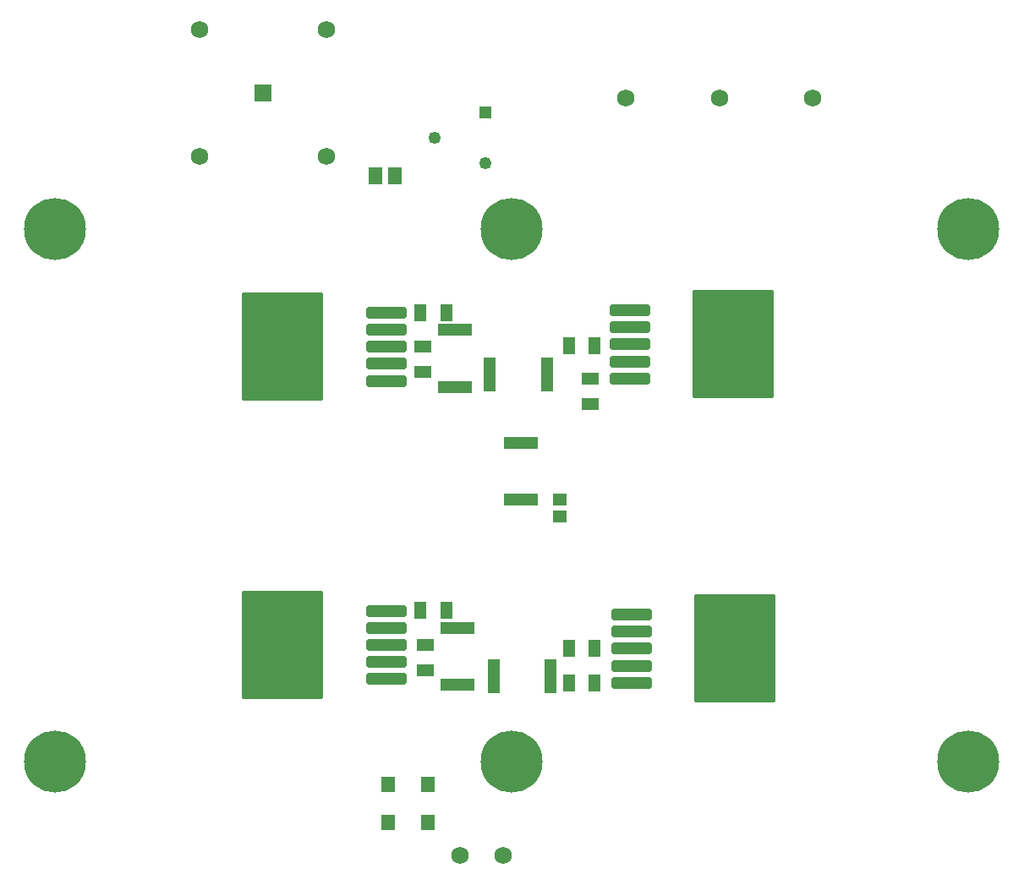
<source format=gts>
G04*
G04 #@! TF.GenerationSoftware,Altium Limited,Altium Designer,21.4.1 (30)*
G04*
G04 Layer_Color=8388736*
%FSLAX25Y25*%
%MOIN*%
G70*
G04*
G04 #@! TF.SameCoordinates,FB31E628-B40C-45E7-AE42-562EE5F46966*
G04*
G04*
G04 #@! TF.FilePolarity,Negative*
G04*
G01*
G75*
G04:AMPARAMS|DCode=13|XSize=45.4mil|YSize=159.58mil|CornerRadius=6.06mil|HoleSize=0mil|Usage=FLASHONLY|Rotation=270.000|XOffset=0mil|YOffset=0mil|HoleType=Round|Shape=RoundedRectangle|*
%AMROUNDEDRECTD13*
21,1,0.04540,0.14746,0,0,270.0*
21,1,0.03329,0.15958,0,0,270.0*
1,1,0.01211,-0.07373,-0.01664*
1,1,0.01211,-0.07373,0.01664*
1,1,0.01211,0.07373,0.01664*
1,1,0.01211,0.07373,-0.01664*
%
%ADD13ROUNDEDRECTD13*%
G04:AMPARAMS|DCode=14|XSize=429.26mil|YSize=319.02mil|CornerRadius=5.56mil|HoleSize=0mil|Usage=FLASHONLY|Rotation=270.000|XOffset=0mil|YOffset=0mil|HoleType=Round|Shape=RoundedRectangle|*
%AMROUNDEDRECTD14*
21,1,0.42926,0.30791,0,0,270.0*
21,1,0.41815,0.31902,0,0,270.0*
1,1,0.01111,-0.15396,-0.20908*
1,1,0.01111,-0.15396,0.20908*
1,1,0.01111,0.15396,0.20908*
1,1,0.01111,0.15396,-0.20908*
%
%ADD14ROUNDEDRECTD14*%
%ADD15R,0.13792X0.05131*%
%ADD16R,0.05363X0.04558*%
%ADD17R,0.05131X0.13792*%
%ADD18R,0.06717X0.04545*%
%ADD19R,0.04545X0.06717*%
%ADD20R,0.05512X0.06457*%
%ADD21R,0.05524X0.06509*%
%ADD22C,0.06890*%
%ADD23R,0.06890X0.06890*%
%ADD24C,0.06800*%
%ADD25C,0.04921*%
%ADD26R,0.04921X0.04921*%
%ADD27C,0.02300*%
%ADD28C,0.24422*%
D13*
X377909Y316614D02*
D03*
Y323307D02*
D03*
Y330000D02*
D03*
Y336693D02*
D03*
Y343386D02*
D03*
X474090Y317571D02*
D03*
Y324264D02*
D03*
Y330957D02*
D03*
Y337650D02*
D03*
Y344342D02*
D03*
X474590Y197571D02*
D03*
Y204264D02*
D03*
Y210957D02*
D03*
Y217650D02*
D03*
Y224342D02*
D03*
X377909Y225929D02*
D03*
Y219236D02*
D03*
Y212543D02*
D03*
Y205850D02*
D03*
Y199158D02*
D03*
D14*
X337161Y330000D02*
D03*
X514839Y330957D02*
D03*
X515339Y210957D02*
D03*
X337161Y212543D02*
D03*
D15*
X431000Y269779D02*
D03*
Y292220D02*
D03*
X406000Y219220D02*
D03*
Y196780D02*
D03*
X405000Y336720D02*
D03*
Y314280D02*
D03*
D16*
X446500Y269757D02*
D03*
Y263243D02*
D03*
D17*
X441221Y319000D02*
D03*
X418780D02*
D03*
X442721Y200000D02*
D03*
X420280D02*
D03*
D18*
X458500Y307477D02*
D03*
Y317523D02*
D03*
X392500Y319977D02*
D03*
Y330023D02*
D03*
X393500Y202477D02*
D03*
Y212523D02*
D03*
D19*
X449977Y330500D02*
D03*
X460023D02*
D03*
X401523Y343500D02*
D03*
X391477D02*
D03*
X449977Y197500D02*
D03*
X460023D02*
D03*
X449977Y211000D02*
D03*
X460023D02*
D03*
X401523Y226000D02*
D03*
X391477D02*
D03*
D20*
X394433Y157500D02*
D03*
X378567D02*
D03*
Y142500D02*
D03*
X394433D02*
D03*
D21*
X373563Y397500D02*
D03*
X381437D02*
D03*
D22*
X354500Y405000D02*
D03*
X304500D02*
D03*
X354500Y455000D02*
D03*
X304500D02*
D03*
D23*
X329500Y430000D02*
D03*
D24*
X424000Y129500D02*
D03*
X407000D02*
D03*
X546000Y428000D02*
D03*
X509250D02*
D03*
X472500D02*
D03*
D25*
X397000Y412500D02*
D03*
X417000Y402500D02*
D03*
D26*
Y422500D02*
D03*
D27*
X507000Y349500D02*
D03*
Y344214D02*
D03*
Y338929D02*
D03*
Y333643D02*
D03*
Y328357D02*
D03*
Y323071D02*
D03*
Y317786D02*
D03*
Y312500D02*
D03*
X512000D02*
D03*
Y317786D02*
D03*
Y323071D02*
D03*
Y328357D02*
D03*
Y333643D02*
D03*
Y338929D02*
D03*
Y344214D02*
D03*
Y349500D02*
D03*
X517000Y312500D02*
D03*
Y317786D02*
D03*
Y323071D02*
D03*
Y328357D02*
D03*
Y333643D02*
D03*
Y338929D02*
D03*
Y344214D02*
D03*
Y349500D02*
D03*
X522000Y312500D02*
D03*
Y317786D02*
D03*
Y323071D02*
D03*
Y328357D02*
D03*
Y333643D02*
D03*
Y338929D02*
D03*
Y344214D02*
D03*
Y349500D02*
D03*
X527500Y312500D02*
D03*
Y317786D02*
D03*
Y323071D02*
D03*
Y328357D02*
D03*
Y333643D02*
D03*
Y338929D02*
D03*
Y344214D02*
D03*
Y349500D02*
D03*
X508000Y229500D02*
D03*
Y224214D02*
D03*
Y218929D02*
D03*
Y213643D02*
D03*
Y208357D02*
D03*
Y203071D02*
D03*
Y197786D02*
D03*
Y192500D02*
D03*
X513000D02*
D03*
Y197786D02*
D03*
Y203071D02*
D03*
Y208357D02*
D03*
Y213643D02*
D03*
Y218929D02*
D03*
Y224214D02*
D03*
Y229500D02*
D03*
X518000Y192500D02*
D03*
Y197786D02*
D03*
Y203071D02*
D03*
Y208357D02*
D03*
Y213643D02*
D03*
Y218929D02*
D03*
Y224214D02*
D03*
Y229500D02*
D03*
X523000Y192500D02*
D03*
Y197786D02*
D03*
Y203071D02*
D03*
Y208357D02*
D03*
Y213643D02*
D03*
Y218929D02*
D03*
Y224214D02*
D03*
Y229500D02*
D03*
X528500Y192500D02*
D03*
Y197786D02*
D03*
Y203071D02*
D03*
Y208357D02*
D03*
Y213643D02*
D03*
Y218929D02*
D03*
Y224214D02*
D03*
Y229500D02*
D03*
X325000Y231000D02*
D03*
Y225714D02*
D03*
Y220428D02*
D03*
Y215143D02*
D03*
Y209857D02*
D03*
Y204571D02*
D03*
Y199286D02*
D03*
Y194000D02*
D03*
X330000D02*
D03*
Y199286D02*
D03*
Y204571D02*
D03*
Y209857D02*
D03*
Y215143D02*
D03*
Y220428D02*
D03*
Y225714D02*
D03*
Y231000D02*
D03*
X335000Y194000D02*
D03*
Y199286D02*
D03*
Y204571D02*
D03*
Y209857D02*
D03*
Y215143D02*
D03*
Y220428D02*
D03*
Y225714D02*
D03*
Y231000D02*
D03*
X340000Y194000D02*
D03*
Y199286D02*
D03*
Y204571D02*
D03*
Y209857D02*
D03*
Y215143D02*
D03*
Y220428D02*
D03*
Y225714D02*
D03*
Y231000D02*
D03*
X345500Y194000D02*
D03*
Y199286D02*
D03*
Y204571D02*
D03*
Y209857D02*
D03*
Y215143D02*
D03*
Y220428D02*
D03*
Y225714D02*
D03*
Y231000D02*
D03*
X345000Y348500D02*
D03*
Y343214D02*
D03*
Y337929D02*
D03*
Y332643D02*
D03*
Y327357D02*
D03*
Y322071D02*
D03*
Y316786D02*
D03*
Y311500D02*
D03*
X339500Y348500D02*
D03*
Y343214D02*
D03*
Y337929D02*
D03*
Y332643D02*
D03*
Y327357D02*
D03*
Y322071D02*
D03*
Y316786D02*
D03*
Y311500D02*
D03*
X334500Y348500D02*
D03*
Y343214D02*
D03*
Y337929D02*
D03*
Y332643D02*
D03*
Y327357D02*
D03*
Y322071D02*
D03*
Y316786D02*
D03*
Y311500D02*
D03*
X329500Y348500D02*
D03*
Y343214D02*
D03*
Y337929D02*
D03*
Y332643D02*
D03*
Y327357D02*
D03*
Y322071D02*
D03*
Y316786D02*
D03*
Y311500D02*
D03*
X324500D02*
D03*
Y316786D02*
D03*
Y322071D02*
D03*
Y327357D02*
D03*
Y332643D02*
D03*
Y337929D02*
D03*
Y343214D02*
D03*
Y348500D02*
D03*
D28*
X247500Y376500D02*
D03*
X427500D02*
D03*
X607500D02*
D03*
Y166500D02*
D03*
X427500D02*
D03*
X247500D02*
D03*
M02*

</source>
